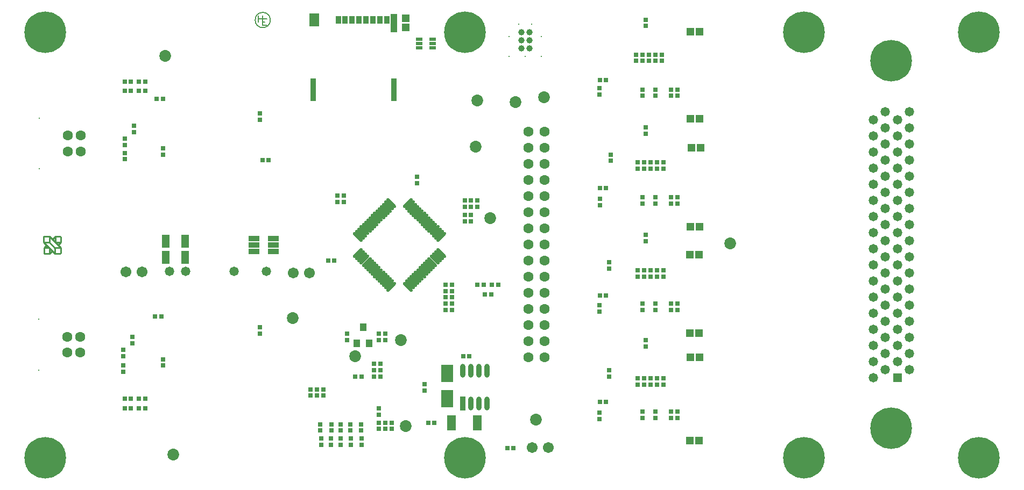
<source format=gts>
G04 Layer_Color=8388736*
%FSLAX25Y25*%
%MOIN*%
G70*
G01*
G75*
%ADD10C,0.00800*%
%ADD35C,0.01000*%
%ADD90R,0.07493X0.10642*%
%ADD91R,0.02768X0.03162*%
%ADD92R,0.03162X0.02768*%
%ADD93R,0.04540X0.04540*%
%ADD94R,0.04737X0.07887*%
%ADD95R,0.04540X0.04540*%
%ADD96R,0.03556X0.05131*%
%ADD97R,0.06391X0.08005*%
%ADD98R,0.04186X0.11824*%
%ADD99R,0.03556X0.13910*%
%ADD100R,0.05800X0.09500*%
%ADD101R,0.07099X0.03556*%
G04:AMPARAMS|DCode=102|XSize=19.81mil|YSize=78.87mil|CornerRadius=0mil|HoleSize=0mil|Usage=FLASHONLY|Rotation=135.000|XOffset=0mil|YOffset=0mil|HoleType=Round|Shape=Round|*
%AMOVALD102*
21,1,0.05905,0.01981,0.00000,0.00000,225.0*
1,1,0.01981,0.02088,0.02088*
1,1,0.01981,-0.02088,-0.02088*
%
%ADD102OVALD102*%

G04:AMPARAMS|DCode=103|XSize=19.81mil|YSize=78.87mil|CornerRadius=0mil|HoleSize=0mil|Usage=FLASHONLY|Rotation=45.000|XOffset=0mil|YOffset=0mil|HoleType=Round|Shape=Round|*
%AMOVALD103*
21,1,0.05905,0.01981,0.00000,0.00000,135.0*
1,1,0.01981,0.02088,-0.02088*
1,1,0.01981,-0.02088,0.02088*
%
%ADD103OVALD103*%

%ADD104R,0.04343X0.02375*%
%ADD105R,0.03200X0.08600*%
%ADD106O,0.03200X0.08600*%
%ADD107R,0.04343X0.04540*%
%ADD108R,0.04343X0.04540*%
%ADD109C,0.03900*%
%ADD110C,0.25800*%
%ADD111C,0.00800*%
%ADD112C,0.06312*%
%ADD113C,0.06706*%
%ADD114C,0.06300*%
%ADD115C,0.05800*%
%ADD116C,0.07300*%
%ADD117R,0.05800X0.05800*%
%ADD118R,0.00800X0.00800*%
D10*
X155201Y287200D02*
G03*
X155201Y287200I-4701J0D01*
G01*
X153066Y287999D02*
X150400D01*
Y284000D01*
X153066D01*
X150400Y285999D02*
X151733D01*
X147800Y289999D02*
Y286000D01*
Y287999D01*
X150466D01*
Y289999D01*
Y286000D01*
D35*
X18350Y152850D02*
X25400Y145800D01*
Y142600D02*
Y145800D01*
X21900Y142400D02*
X25200D01*
X21900D02*
Y145800D01*
X25400D01*
X14800Y152800D02*
X18300D01*
X14800Y149400D02*
X18100D01*
X18300Y149600D02*
Y152800D01*
X14800Y149400D02*
X21850Y142350D01*
X14800Y149400D02*
Y152800D01*
X18150Y149450D02*
X21850Y145750D01*
X15000Y142400D02*
X18400D01*
X15000Y145900D02*
X18200D01*
X18400Y142400D02*
Y145700D01*
X15000Y142400D02*
Y145900D01*
X22000Y149300D02*
Y152800D01*
Y149300D02*
X25400D01*
Y152600D01*
X22000Y152800D02*
X25200D01*
X15000Y145900D02*
X16600Y147500D01*
X18400Y142400D02*
X20100Y144100D01*
X20200Y151100D02*
X21950Y152850D01*
X23600Y147600D02*
X25350Y149350D01*
D90*
X264764Y52165D02*
D03*
Y67913D02*
D03*
D91*
X192650Y23730D02*
D03*
Y27667D02*
D03*
X198650Y23730D02*
D03*
Y27667D02*
D03*
X205150Y23730D02*
D03*
Y27667D02*
D03*
X211650Y23730D02*
D03*
Y27667D02*
D03*
X186650Y23730D02*
D03*
Y27667D02*
D03*
X389764Y265748D02*
D03*
Y261811D02*
D03*
X390748Y198819D02*
D03*
Y194882D02*
D03*
Y131890D02*
D03*
Y127953D02*
D03*
Y64961D02*
D03*
Y61024D02*
D03*
X407480Y240158D02*
D03*
Y244094D02*
D03*
Y173228D02*
D03*
Y177165D02*
D03*
Y107283D02*
D03*
Y111221D02*
D03*
Y40354D02*
D03*
Y44291D02*
D03*
X397638Y265748D02*
D03*
Y261811D02*
D03*
X398622Y198819D02*
D03*
Y194882D02*
D03*
Y131890D02*
D03*
Y127953D02*
D03*
Y64961D02*
D03*
Y61024D02*
D03*
X403543Y240158D02*
D03*
Y244094D02*
D03*
Y173228D02*
D03*
Y177165D02*
D03*
Y107283D02*
D03*
Y111221D02*
D03*
Y40354D02*
D03*
Y44291D02*
D03*
X393701Y240158D02*
D03*
Y244094D02*
D03*
Y173228D02*
D03*
Y177165D02*
D03*
Y107283D02*
D03*
Y111221D02*
D03*
Y40354D02*
D03*
Y44291D02*
D03*
Y265748D02*
D03*
Y261811D02*
D03*
X394685Y198819D02*
D03*
Y194882D02*
D03*
Y127953D02*
D03*
Y131890D02*
D03*
Y64961D02*
D03*
Y61024D02*
D03*
X385827Y240158D02*
D03*
Y244094D02*
D03*
Y173228D02*
D03*
Y177165D02*
D03*
Y40354D02*
D03*
Y44291D02*
D03*
Y265748D02*
D03*
Y261811D02*
D03*
X386811Y198819D02*
D03*
Y194882D02*
D03*
Y131890D02*
D03*
Y127953D02*
D03*
Y64961D02*
D03*
Y61024D02*
D03*
X381890Y265748D02*
D03*
Y261811D02*
D03*
X382874Y198819D02*
D03*
Y194882D02*
D03*
Y131890D02*
D03*
Y127953D02*
D03*
Y64961D02*
D03*
Y61024D02*
D03*
X88583Y72835D02*
D03*
Y76772D02*
D03*
Y203740D02*
D03*
Y207677D02*
D03*
X63976Y78740D02*
D03*
Y82677D02*
D03*
X64961Y209646D02*
D03*
Y213583D02*
D03*
X69882Y86614D02*
D03*
Y90551D02*
D03*
X70866Y217520D02*
D03*
Y221457D02*
D03*
X148622Y92520D02*
D03*
Y96457D02*
D03*
Y225394D02*
D03*
Y229331D02*
D03*
X63976Y72835D02*
D03*
Y68898D02*
D03*
X64961Y204724D02*
D03*
Y200787D02*
D03*
X187992Y58071D02*
D03*
Y54134D02*
D03*
X283465Y171260D02*
D03*
Y175197D02*
D03*
X230315Y33465D02*
D03*
Y37402D02*
D03*
X202756Y88583D02*
D03*
Y92520D02*
D03*
X222441Y88583D02*
D03*
Y92520D02*
D03*
X279528Y166339D02*
D03*
Y162402D02*
D03*
X359100Y245000D02*
D03*
Y241063D02*
D03*
X359300Y176300D02*
D03*
Y172363D02*
D03*
X359000Y110137D02*
D03*
Y106200D02*
D03*
X359100Y43600D02*
D03*
Y39663D02*
D03*
X387795Y283465D02*
D03*
Y287402D02*
D03*
X366142Y199803D02*
D03*
Y203740D02*
D03*
X387795Y216535D02*
D03*
Y220472D02*
D03*
X365158Y132874D02*
D03*
Y136811D02*
D03*
X387600Y149963D02*
D03*
Y153900D02*
D03*
X365158Y65945D02*
D03*
Y69882D02*
D03*
X387795Y84646D02*
D03*
Y88583D02*
D03*
X180118Y54134D02*
D03*
Y58071D02*
D03*
X184055D02*
D03*
Y54134D02*
D03*
X275590Y175197D02*
D03*
Y171260D02*
D03*
X279528D02*
D03*
Y175197D02*
D03*
X222441Y42323D02*
D03*
Y46260D02*
D03*
X222441Y37402D02*
D03*
Y33465D02*
D03*
X211498Y32480D02*
D03*
Y36417D02*
D03*
X226378Y33465D02*
D03*
Y37402D02*
D03*
X204724Y32480D02*
D03*
Y36417D02*
D03*
X198819Y32480D02*
D03*
Y36417D02*
D03*
X192913Y32480D02*
D03*
Y36417D02*
D03*
X226378Y92520D02*
D03*
Y88583D02*
D03*
X186024Y32480D02*
D03*
Y36417D02*
D03*
X275590Y166339D02*
D03*
Y162402D02*
D03*
X385827Y107283D02*
D03*
Y111221D02*
D03*
X250800Y57300D02*
D03*
Y61237D02*
D03*
X246200Y186063D02*
D03*
Y190000D02*
D03*
D92*
X68898Y52165D02*
D03*
X64961D02*
D03*
X68898Y249016D02*
D03*
X64961D02*
D03*
X68898Y46260D02*
D03*
X64961D02*
D03*
X68898Y243110D02*
D03*
X64961D02*
D03*
X292323Y123031D02*
D03*
X296260D02*
D03*
X256890Y37402D02*
D03*
X252953D02*
D03*
X278543Y78740D02*
D03*
X274606D02*
D03*
X223425Y73819D02*
D03*
X219488D02*
D03*
X359252Y250000D02*
D03*
X363189D02*
D03*
X359252Y183071D02*
D03*
X363189D02*
D03*
X359252Y116142D02*
D03*
X363189D02*
D03*
X359252Y50197D02*
D03*
X363189D02*
D03*
X194882Y137795D02*
D03*
X190945D02*
D03*
X154237Y200400D02*
D03*
X150300D02*
D03*
X87598Y103347D02*
D03*
X83661D02*
D03*
X88583Y238189D02*
D03*
X84646D02*
D03*
X77756Y52165D02*
D03*
X73819D02*
D03*
X77756Y249016D02*
D03*
X73819D02*
D03*
X77756Y46260D02*
D03*
X73819D02*
D03*
X77756Y243110D02*
D03*
X73819D02*
D03*
X211614Y65945D02*
D03*
X207677D02*
D03*
X219488D02*
D03*
X223425D02*
D03*
Y69882D02*
D03*
X219488D02*
D03*
X267717Y107283D02*
D03*
X263779D02*
D03*
X267717Y111221D02*
D03*
X263779D02*
D03*
Y115157D02*
D03*
X267717D02*
D03*
X263779Y119095D02*
D03*
X267717D02*
D03*
X283465Y123031D02*
D03*
X287402D02*
D03*
X200787Y178150D02*
D03*
X196850D02*
D03*
X200787Y174213D02*
D03*
X196850D02*
D03*
X263779Y123031D02*
D03*
X267717D02*
D03*
X305900Y21600D02*
D03*
X301963D02*
D03*
X292137Y117100D02*
D03*
X288200D02*
D03*
D93*
X420709Y93000D02*
D03*
X415000D02*
D03*
X421000Y159000D02*
D03*
X415291D02*
D03*
X421000Y226000D02*
D03*
X415291D02*
D03*
X421000Y78000D02*
D03*
X415291D02*
D03*
X420854Y141500D02*
D03*
X415146D02*
D03*
X421854Y208000D02*
D03*
X416146D02*
D03*
X421000Y280000D02*
D03*
X415291D02*
D03*
X420854Y26224D02*
D03*
X415146D02*
D03*
D94*
X90532Y149802D02*
D03*
X102343D02*
D03*
X90532Y139960D02*
D03*
X102343D02*
D03*
D95*
X239173Y282579D02*
D03*
Y288287D02*
D03*
D96*
X227559Y287402D02*
D03*
X223228D02*
D03*
X218898D02*
D03*
X214567D02*
D03*
X210236D02*
D03*
X205906D02*
D03*
X201575D02*
D03*
X197244D02*
D03*
D97*
X182520D02*
D03*
D98*
X231811Y285202D02*
D03*
D99*
Y243902D02*
D03*
X181759D02*
D03*
D100*
X267465Y37402D02*
D03*
X283465D02*
D03*
D101*
X145100Y151734D02*
D03*
Y147600D02*
D03*
Y143466D02*
D03*
X156911D02*
D03*
Y147600D02*
D03*
Y151734D02*
D03*
D102*
X209346Y142627D02*
D03*
X210738Y141235D02*
D03*
X212130Y139843D02*
D03*
X213522Y138451D02*
D03*
X214914Y137059D02*
D03*
X216306Y135667D02*
D03*
X217698Y134275D02*
D03*
X219090Y132883D02*
D03*
X220482Y131491D02*
D03*
X221874Y130099D02*
D03*
X223266Y128707D02*
D03*
X224658Y127315D02*
D03*
X226049Y125924D02*
D03*
X227441Y124532D02*
D03*
X228833Y123140D02*
D03*
X230225Y121748D02*
D03*
X261126Y152649D02*
D03*
X259734Y154041D02*
D03*
X258343Y155433D02*
D03*
X256950Y156825D02*
D03*
X255559Y158217D02*
D03*
X254167Y159608D02*
D03*
X252775Y161001D02*
D03*
X251383Y162392D02*
D03*
X249991Y163784D02*
D03*
X248599Y165176D02*
D03*
X247207Y166568D02*
D03*
X245815Y167960D02*
D03*
X244423Y169352D02*
D03*
X243031Y170744D02*
D03*
X241639Y172136D02*
D03*
X240247Y173528D02*
D03*
D103*
Y121748D02*
D03*
X241639Y123140D02*
D03*
X243031Y124532D02*
D03*
X244423Y125924D02*
D03*
X245815Y127315D02*
D03*
X247207Y128707D02*
D03*
X248599Y130099D02*
D03*
X249991Y131491D02*
D03*
X251383Y132883D02*
D03*
X252775Y134275D02*
D03*
X254167Y135667D02*
D03*
X255559Y137059D02*
D03*
X256950Y138451D02*
D03*
X258343Y139843D02*
D03*
X259734Y141235D02*
D03*
X261126Y142627D02*
D03*
X230225Y173528D02*
D03*
X228833Y172136D02*
D03*
X227441Y170744D02*
D03*
X226049Y169352D02*
D03*
X224658Y167960D02*
D03*
X223266Y166568D02*
D03*
X221874Y165176D02*
D03*
X220482Y163784D02*
D03*
X219090Y162392D02*
D03*
X217698Y161001D02*
D03*
X216306Y159608D02*
D03*
X214914Y158217D02*
D03*
X213522Y156825D02*
D03*
X212130Y155433D02*
D03*
X210738Y154041D02*
D03*
X209346Y152649D02*
D03*
D104*
X255906Y275197D02*
D03*
Y272638D02*
D03*
Y270079D02*
D03*
X247244D02*
D03*
Y272638D02*
D03*
Y275197D02*
D03*
D105*
X274449Y49213D02*
D03*
D106*
X279449D02*
D03*
X284449D02*
D03*
X289449D02*
D03*
X274449Y69713D02*
D03*
X279449D02*
D03*
X284449D02*
D03*
X289449D02*
D03*
D107*
X208858Y86614D02*
D03*
X212598Y96457D02*
D03*
D108*
X216339Y86614D02*
D03*
D109*
X315600Y269500D02*
D03*
X310600D02*
D03*
X315600Y274500D02*
D03*
Y279500D02*
D03*
X310600Y274500D02*
D03*
Y279500D02*
D03*
D110*
X15748Y279528D02*
D03*
Y15748D02*
D03*
X275590Y279528D02*
D03*
Y15748D02*
D03*
X594095D02*
D03*
Y279528D02*
D03*
X485728D02*
D03*
Y15748D02*
D03*
X539901Y261976D02*
D03*
Y33776D02*
D03*
D111*
X12205Y194882D02*
D03*
Y226378D02*
D03*
X11811Y70079D02*
D03*
Y101575D02*
D03*
D112*
X29882Y215551D02*
D03*
Y205709D02*
D03*
X37756D02*
D03*
Y215551D02*
D03*
X29488Y90748D02*
D03*
Y80905D02*
D03*
X37362D02*
D03*
Y90748D02*
D03*
D113*
X179400Y130400D02*
D03*
X169400D02*
D03*
X75600Y131000D02*
D03*
X65600D02*
D03*
X327300Y21800D02*
D03*
X317300D02*
D03*
D114*
X314961Y77795D02*
D03*
X324961D02*
D03*
X314961Y87795D02*
D03*
X324961D02*
D03*
X314961Y97795D02*
D03*
X324961D02*
D03*
X314961Y107795D02*
D03*
X324961D02*
D03*
X314961Y117795D02*
D03*
X324961D02*
D03*
X314961Y127795D02*
D03*
X324961D02*
D03*
X314961Y137795D02*
D03*
X324961D02*
D03*
X314961Y147795D02*
D03*
X324961D02*
D03*
X314961Y157795D02*
D03*
X324961D02*
D03*
X314961Y167795D02*
D03*
X324961D02*
D03*
X314961Y177795D02*
D03*
X324961D02*
D03*
X314961Y187795D02*
D03*
X324961D02*
D03*
X314961Y197795D02*
D03*
X324961D02*
D03*
X314961Y207795D02*
D03*
X324961D02*
D03*
X314961Y217795D02*
D03*
X324961D02*
D03*
D115*
X92600Y131200D02*
D03*
X102600D02*
D03*
X132600D02*
D03*
X152600D02*
D03*
X551201Y70276D02*
D03*
X543701Y75276D02*
D03*
X551201Y80276D02*
D03*
X543701Y85276D02*
D03*
X551201Y90276D02*
D03*
X543701Y95276D02*
D03*
X551201Y100276D02*
D03*
X543701Y105276D02*
D03*
X551201Y110276D02*
D03*
X543701Y115276D02*
D03*
X551201Y120276D02*
D03*
X543701Y125276D02*
D03*
X551201Y130276D02*
D03*
X543701Y135276D02*
D03*
X551201Y140276D02*
D03*
X543701Y145276D02*
D03*
X551201Y150276D02*
D03*
X543701Y155276D02*
D03*
X551201Y160276D02*
D03*
X543701Y165276D02*
D03*
X551201Y170276D02*
D03*
X543701Y175276D02*
D03*
X551201Y180276D02*
D03*
X543701Y185276D02*
D03*
X551201Y190276D02*
D03*
X543701Y195276D02*
D03*
X551201Y200276D02*
D03*
X543701Y205276D02*
D03*
X551201Y210276D02*
D03*
X543701Y215276D02*
D03*
X551201Y220276D02*
D03*
X543701Y225276D02*
D03*
X551201Y230276D02*
D03*
X528701Y65276D02*
D03*
X536201Y70276D02*
D03*
X528701Y75276D02*
D03*
X536201Y80276D02*
D03*
X528701Y85276D02*
D03*
X536201Y90276D02*
D03*
X528701Y95276D02*
D03*
X536201Y100276D02*
D03*
X528701Y105276D02*
D03*
X536201Y110276D02*
D03*
X528701Y115276D02*
D03*
X536201Y120276D02*
D03*
X528701Y125276D02*
D03*
X536201Y130276D02*
D03*
X528701Y135276D02*
D03*
X536201Y140276D02*
D03*
X528701Y145276D02*
D03*
X536201Y150276D02*
D03*
X528701Y155276D02*
D03*
X536201Y160276D02*
D03*
X528701Y165276D02*
D03*
X536201Y170276D02*
D03*
X528701Y175276D02*
D03*
X536201Y180276D02*
D03*
X528701Y185276D02*
D03*
X536201Y190276D02*
D03*
X528701Y195276D02*
D03*
X536201Y200276D02*
D03*
X528701Y205276D02*
D03*
X536201Y210276D02*
D03*
X528701Y215276D02*
D03*
X536201Y220276D02*
D03*
X528701Y225276D02*
D03*
X536201Y230276D02*
D03*
D116*
X169100Y102300D02*
D03*
X207677Y78740D02*
D03*
X236221Y88583D02*
D03*
X307087Y236221D02*
D03*
X324700Y239400D02*
D03*
X319882Y39370D02*
D03*
X282480Y208661D02*
D03*
X440100Y148500D02*
D03*
X291339Y164370D02*
D03*
X283465Y237205D02*
D03*
X95000Y17500D02*
D03*
X90000Y265000D02*
D03*
X239173Y35433D02*
D03*
D117*
X543701Y65276D02*
D03*
D118*
X313100Y264500D02*
D03*
X309100Y284500D02*
D03*
X317100D02*
D03*
X303100Y264500D02*
D03*
Y277000D02*
D03*
X323100Y264500D02*
D03*
Y277000D02*
D03*
M02*

</source>
